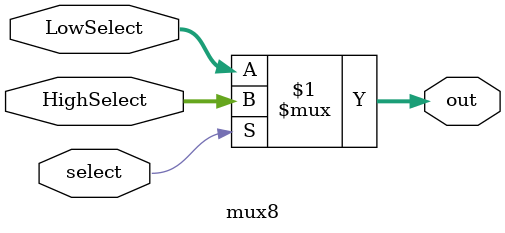
<source format=sv>
module mux8
(
	input logic select,
	input logic [7:0] HighSelect,
	input logic [7:0] LowSelect,
	output logic [7:0] out
);

	assign out = (select) ? HighSelect : LowSelect;

endmodule 
</source>
